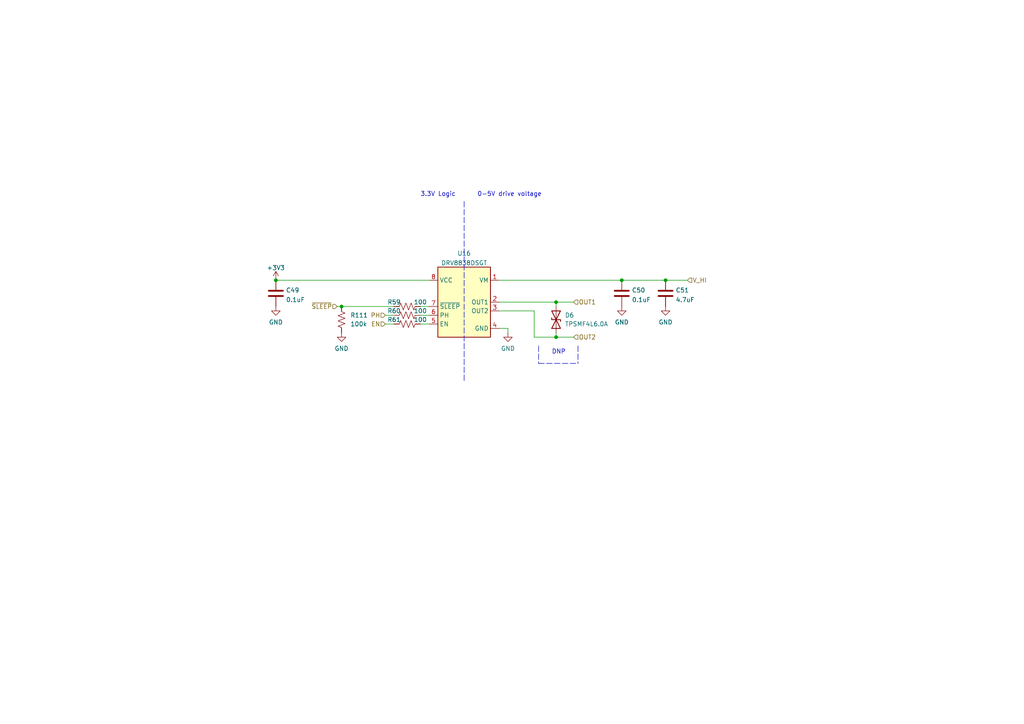
<source format=kicad_sch>
(kicad_sch (version 20211123) (generator eeschema)
  (paper "A4")
  (lib_symbols
    (symbol "Device:C" (pin_numbers hide) (pin_names (offset 0.254))
      (property "Reference" "C" (at 0.635 2.54 0))
      (property "Value" "C" (at 0.635 -2.54 0))
      (symbol "C_0_1"
        (polyline (pts (xy -2.032 -0.762) (xy 2.032 -0.762)) (stroke (width 0.508)))
        (polyline (pts (xy -2.032 0.762) (xy 2.032 0.762)) (stroke (width 0.508)))
      )
      (symbol "C_1_1"
        (pin passive line (at 0 3.81 270) (length 2.794) (name "~") (number "1"))
        (pin passive line (at 0 -3.81 90) (length 2.794) (name "~") (number "2"))
      )
    )
    (symbol "Device:D_TVS" (pin_numbers hide) (pin_names (offset 1.016) hide)
      (property "Reference" "D" (at 0 2.54 0))
      (property "Value" "D_TVS" (at 0 -2.54 0))
      (symbol "D_TVS_0_1"
        (polyline (pts (xy 1.27 0) (xy -1.27 0)))
        (polyline (pts (xy 0.508 1.27) (xy 0 1.27) (xy 0 -1.27) (xy -0.508 -1.27)) (stroke (width 0.254)))
        (polyline (pts (xy -2.54 1.27) (xy -2.54 -1.27) (xy 2.54 1.27) (xy 2.54 -1.27) (xy -2.54 1.27)) (stroke (width 0.254)))
      )
      (symbol "D_TVS_1_1"
        (pin passive line (at -3.81 0 0) (length 2.54) (name "A1") (number "1"))
        (pin passive line (at 3.81 0 180) (length 2.54) (name "A2") (number "2"))
      )
    )
    (symbol "Device:R_US" (pin_numbers hide) (pin_names (offset 0))
      (property "Reference" "R" (at 2.54 0 90))
      (property "Value" "R_US" (at -2.54 0 90))
      (symbol "R_US_0_1"
        (polyline (pts (xy 0 -2.286) (xy 0 -2.54)))
        (polyline (pts (xy 0 2.286) (xy 0 2.54)))
        (polyline (pts (xy 0 -0.762) (xy 1.016 -1.143) (xy 0 -1.524) (xy -1.016 -1.905) (xy 0 -2.286)))
        (polyline (pts (xy 0 0.762) (xy 1.016 0.381) (xy 0 0) (xy -1.016 -0.381) (xy 0 -0.762)))
        (polyline (pts (xy 0 2.286) (xy 1.016 1.905) (xy 0 1.524) (xy -1.016 1.143) (xy 0 0.762)))
      )
      (symbol "R_US_1_1"
        (pin passive line (at 0 3.81 270) (length 1.27) (name "~") (number "1"))
        (pin passive line (at 0 -3.81 90) (length 1.27) (name "~") (number "2"))
      )
    )
    (symbol "magnetotorquer-test-board:DRV8838DSGT"
      (property "Reference" "U" (at 0 13.97 0))
      (property "Value" "DRV8838DSGT" (at 0 11.43 0))
      (symbol "DRV8838DSGT_0_1"
        (rectangle (start -7.62 10.16) (end 7.62 -10.16) (stroke (width 0.254)) (fill (type background)))
      )
      (symbol "DRV8838DSGT_1_1"
        (pin power_in line (at 10.16 6.35 180) (length 2.54) (name "VM") (number "1"))
        (pin output line (at 10.16 0 180) (length 2.54) (name "OUT1") (number "2"))
        (pin output line (at 10.16 -2.54 180) (length 2.54) (name "OUT2") (number "3"))
        (pin power_in line (at 10.16 -7.62 180) (length 2.54) (name "GND") (number "4"))
        (pin input line (at -10.16 -6.35 0) (length 2.54) (name "EN") (number "5"))
        (pin input line (at -10.16 -3.81 0) (length 2.54) (name "PH") (number "6"))
        (pin input line (at -10.16 -1.27 0) (length 2.54) (name "~{SLEEP}") (number "7"))
        (pin power_in line (at -10.16 6.35 0) (length 2.54) (name "VCC") (number "8"))
        (pin passive line (at 10.16 -7.62 180) (length 2.54) hide (name "GND") (number "9"))
      )
    )
    (symbol "power:+3.3V" (power) (pin_names (offset 0))
      (property "Value" "+3.3V" (at 0 3.556 0))
      (symbol "+3.3V_0_1"
        (polyline (pts (xy -0.762 1.27) (xy 0 2.54)))
        (polyline (pts (xy 0 0) (xy 0 2.54)))
        (polyline (pts (xy 0 2.54) (xy 0.762 1.27)))
      )
      (symbol "+3.3V_1_1"
        (pin power_in line (at 0 0 90) (length 0) hide (name "+3V3") (number "1"))
      )
    )
    (symbol "power:GND" (power) (pin_names (offset 0))
      (property "Value" "GND" (at 0 -3.81 0))
      (symbol "GND_0_1"
        (polyline (pts (xy 0 0) (xy 0 -1.27) (xy 1.27 -1.27) (xy 0 -2.54) (xy -1.27 -1.27) (xy 0 -1.27)))
      )
      (symbol "GND_1_1"
        (pin power_in line (at 0 0 270) (length 0) hide (name "GND") (number "1"))
      )
    )
  )
  (junction (at 80.01 81.28))
  (junction (at 193.04 81.28))
  (junction (at 180.34 81.28))
  (junction (at 161.29 87.63))
  (junction (at 161.29 97.79))
  (junction (at 99.06 88.9))
  (polyline (pts (xy 167.64 100.33) (xy 167.64 105.41)))
  (wire (pts (xy 111.76 91.44) (xy 114.3 91.44)))
  (wire (pts (xy 111.76 93.98) (xy 114.3 93.98)))
  (wire (pts (xy 121.92 91.44) (xy 124.46 91.44)))
  (wire (pts (xy 161.29 97.79) (xy 166.37 97.79)))
  (wire (pts (xy 80.01 81.28) (xy 124.46 81.28)))
  (wire (pts (xy 161.29 96.52) (xy 161.29 97.79)))
  (wire (pts (xy 161.29 87.63) (xy 166.37 87.63)))
  (wire (pts (xy 154.94 97.79) (xy 161.29 97.79)))
  (wire (pts (xy 180.34 81.28) (xy 193.04 81.28)))
  (wire (pts (xy 121.92 93.98) (xy 124.46 93.98)))
  (wire (pts (xy 161.29 87.63) (xy 161.29 88.9)))
  (wire (pts (xy 144.78 81.28) (xy 180.34 81.28)))
  (wire (pts (xy 193.04 81.28) (xy 199.39 81.28)))
  (wire (pts (xy 144.78 87.63) (xy 161.29 87.63)))
  (wire (pts (xy 97.79 88.9) (xy 99.06 88.9)))
  (polyline (pts (xy 134.62 58.42) (xy 134.62 110.49)))
  (wire (pts (xy 147.32 95.25) (xy 147.32 96.52)))
  (wire (pts (xy 154.94 90.17) (xy 154.94 97.79)))
  (polyline (pts (xy 156.21 105.41) (xy 167.64 105.41)))
  (wire (pts (xy 144.78 95.25) (xy 147.32 95.25)))
  (wire (pts (xy 144.78 90.17) (xy 154.94 90.17)))
  (wire (pts (xy 121.92 88.9) (xy 124.46 88.9)))
  (wire (pts (xy 99.06 88.9) (xy 114.3 88.9)))
  (polyline (pts (xy 156.21 100.33) (xy 156.21 105.41)))
  (text "0-5V drive voltage" (at 138.43 57.15 0) (effects (font (size 1.27 1.27)) (justify left bottom)))
  (text "DNP" (at 160.02 102.87 0) (effects (font (size 1.27 1.27)) (justify left bottom)))
  (text "3.3V Logic" (at 121.92 57.15 0) (effects (font (size 1.27 1.27)) (justify left bottom)))
  (hierarchical_label "~{SLEEP}" (shape input) (at 97.79 88.9 180))
  (hierarchical_label "PH" (shape input) (at 111.76 91.44 180))
  (hierarchical_label "OUT2" (shape input) (at 166.37 97.79 0))
  (hierarchical_label "EN" (shape input) (at 111.76 93.98 180))
  (hierarchical_label "OUT1" (shape input) (at 166.37 87.63 0))
  (hierarchical_label "V_HI" (shape input) (at 199.39 81.28 0))
  (symbol (lib_id "power:GND") (at 80.01 88.9 0) (unit 1)
    (property "Reference" "#PWR044" (effects hide))
    (property "Value" "GND" (at 80.01 93.4625 0))
  )
  (symbol (lib_id "Device:D_TVS") (at 161.29 92.71 90) (unit 1)
    (property "Reference" "D6" (at 163.83 91.4399 90) (effects (justify right)))
    (property "Value" "TPSMF4L6.0A" (at 163.83 93.9799 90) (effects (justify right)))
    (property "Footprint" "Diode_SMD:D_SOD-123F" (effects hide))
    (property "Datasheet" "TPSMF4L6.0A" (effects hide))
  )
  (symbol (lib_id "Device:C") (at 80.01 85.09 0) (unit 1)
    (property "Reference" "C49" (at 82.931 84.1815 0) (effects (justify left)))
    (property "Value" "0.1uF" (at 82.931 86.9566 0) (effects (justify left)))
    (property "Footprint" "Capacitor_SMD:C_0603_1608Metric" (effects hide))
  )
  (symbol (lib_id "Device:R_US") (at 118.11 91.44 90) (unit 1)
    (property "Reference" "R60" (at 114.3 90.17 90))
    (property "Value" "100" (at 121.92 90.17 90))
    (property "Footprint" "Resistor_SMD:R_0603_1608Metric" (effects hide))
  )
  (symbol (lib_id "power:GND") (at 193.04 88.9 0) (unit 1)
    (property "Reference" "#PWR047" (effects hide))
    (property "Value" "GND" (at 193.04 93.4625 0))
  )
  (symbol (lib_id "power:GND") (at 147.32 96.52 0) (unit 1)
    (property "Reference" "#PWR045" (effects hide))
    (property "Value" "GND" (at 147.32 101.0825 0))
  )
  (symbol (lib_id "power:GND") (at 180.34 88.9 0) (unit 1)
    (property "Reference" "#PWR046" (effects hide))
    (property "Value" "GND" (at 180.34 93.4625 0))
  )
  (symbol (lib_id "Device:R_US") (at 118.11 93.98 90) (unit 1)
    (property "Reference" "R61" (at 114.3 92.71 90))
    (property "Value" "100" (at 121.92 92.71 90))
    (property "Footprint" "Resistor_SMD:R_0603_1608Metric" (effects hide))
  )
  (symbol (lib_id "magnetotorquer-test-board:DRV8838DSGT") (at 134.62 87.63 0) (unit 1)
    (property "Reference" "U16" (at 134.62 73.5035 0))
    (property "Value" "DRV8838DSGT" (at 134.62 76.2786 0))
    (property "Footprint" "Package_SON:WSON-8-1EP_2x2mm_P0.5mm_EP0.9x1.6mm" (effects hide))
  )
  (symbol (lib_id "Device:R_US") (at 99.06 92.71 0) (unit 1)
    (property "Reference" "R111" (at 101.6 91.4399 0) (effects (justify left)))
    (property "Value" "100k" (at 101.6 93.9799 0) (effects (justify left)))
    (property "Footprint" "Resistor_SMD:R_0603_1608Metric" (effects hide))
  )
  (symbol (lib_id "Device:R_US") (at 118.11 88.9 90) (unit 1)
    (property "Reference" "R59" (at 114.3 87.63 90))
    (property "Value" "100" (at 121.92 87.63 90))
    (property "Footprint" "Resistor_SMD:R_0603_1608Metric" (effects hide))
  )
  (symbol (lib_id "power:+3.3V") (at 80.01 81.28 0) (unit 1)
    (property "Reference" "#PWR043" (effects hide))
    (property "Value" "+3.3V" (at 80.01 77.6755 0))
  )
  (symbol (lib_id "Device:C") (at 180.34 85.09 0) (unit 1)
    (property "Reference" "C50" (at 183.261 84.1815 0) (effects (justify left)))
    (property "Value" "0.1uF" (at 183.261 86.9566 0) (effects (justify left)))
    (property "Footprint" "Capacitor_SMD:C_0603_1608Metric" (effects hide))
  )
  (symbol (lib_id "power:GND") (at 99.06 96.52 0) (unit 1)
    (property "Reference" "#PWR0135" (effects hide))
    (property "Value" "GND" (at 99.06 101.0825 0))
  )
  (symbol (lib_id "Device:C") (at 193.04 85.09 0) (unit 1)
    (property "Reference" "C51" (at 195.961 84.1815 0) (effects (justify left)))
    (property "Value" "4.7uF" (at 195.961 86.9566 0) (effects (justify left)))
    (property "Footprint" "Capacitor_SMD:C_0805_2012Metric" (effects hide))
  )
)
</source>
